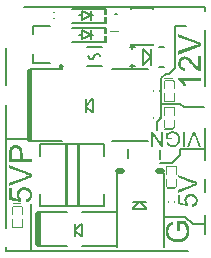
<source format=gto>
G04*
G04 #@! TF.GenerationSoftware,Altium Limited,Altium Designer,24.1.2 (44)*
G04*
G04 Layer_Color=65535*
%FSLAX25Y25*%
%MOIN*%
G70*
G04*
G04 #@! TF.SameCoordinates,64876319-8F7E-4D7F-B011-834D707076D5*
G04*
G04*
G04 #@! TF.FilePolarity,Positive*
G04*
G01*
G75*
%ADD10C,0.00984*%
%ADD11C,0.00591*%
%ADD12C,0.00787*%
%ADD13C,0.00394*%
%ADD14C,0.01968*%
%ADD15C,0.01575*%
%ADD16C,0.01000*%
%ADD17C,0.00394*%
%ADD18C,0.00669*%
G36*
X55902Y57666D02*
X53146D01*
Y58059D01*
X55902D01*
Y57666D01*
D02*
G37*
G36*
Y40551D02*
X53146D01*
Y40945D01*
X55902D01*
Y40551D01*
D02*
G37*
G36*
X56794Y20902D02*
X54039D01*
Y21296D01*
X56794D01*
Y20902D01*
D02*
G37*
G36*
X5347Y15792D02*
X2591D01*
Y16185D01*
X5347D01*
Y15792D01*
D02*
G37*
G36*
X65354Y69723D02*
Y68683D01*
X57790Y65760D01*
Y66845D01*
X63288Y68808D01*
X63295D01*
X63317Y68815D01*
X63354Y68830D01*
X63399Y68845D01*
X63458Y68867D01*
X63532Y68889D01*
X63605Y68919D01*
X63694Y68948D01*
X63886Y69007D01*
X64092Y69074D01*
X64306Y69140D01*
X64528Y69207D01*
X64520D01*
X64498Y69214D01*
X64469Y69221D01*
X64424Y69236D01*
X64365Y69258D01*
X64299Y69273D01*
X64225Y69295D01*
X64137Y69325D01*
X63952Y69384D01*
X63745Y69450D01*
X63517Y69531D01*
X63288Y69612D01*
X57790Y71664D01*
Y72682D01*
X65354Y69723D01*
D02*
G37*
G36*
Y60159D02*
X65347D01*
X65340D01*
X65295D01*
X65236D01*
X65148Y60166D01*
X65052Y60181D01*
X64941Y60196D01*
X64830Y60225D01*
X64712Y60262D01*
X64705D01*
X64690Y60269D01*
X64661Y60284D01*
X64624Y60299D01*
X64579Y60321D01*
X64528Y60343D01*
X64395Y60410D01*
X64240Y60498D01*
X64070Y60602D01*
X63893Y60727D01*
X63709Y60874D01*
X63701Y60882D01*
X63686Y60897D01*
X63657Y60919D01*
X63620Y60956D01*
X63576Y61000D01*
X63517Y61052D01*
X63450Y61111D01*
X63376Y61185D01*
X63303Y61266D01*
X63214Y61354D01*
X63118Y61458D01*
X63015Y61561D01*
X62911Y61679D01*
X62801Y61804D01*
X62683Y61945D01*
X62565Y62085D01*
X62550Y62100D01*
X62520Y62137D01*
X62469Y62203D01*
X62395Y62284D01*
X62314Y62387D01*
X62210Y62498D01*
X62100Y62624D01*
X61982Y62756D01*
X61723Y63037D01*
X61458Y63310D01*
X61325Y63435D01*
X61192Y63554D01*
X61074Y63664D01*
X60956Y63753D01*
X60948Y63760D01*
X60926Y63775D01*
X60897Y63797D01*
X60852Y63819D01*
X60801Y63856D01*
X60742Y63893D01*
X60668Y63930D01*
X60594Y63974D01*
X60425Y64055D01*
X60240Y64129D01*
X60137Y64151D01*
X60041Y64173D01*
X59937Y64188D01*
X59842Y64196D01*
X59834D01*
X59819D01*
X59790D01*
X59746Y64188D01*
X59701Y64181D01*
X59650Y64173D01*
X59517Y64144D01*
X59369Y64100D01*
X59214Y64026D01*
X59140Y63981D01*
X59059Y63930D01*
X58985Y63871D01*
X58912Y63797D01*
X58904Y63790D01*
X58897Y63782D01*
X58875Y63753D01*
X58852Y63723D01*
X58823Y63686D01*
X58793Y63635D01*
X58757Y63583D01*
X58720Y63517D01*
X58683Y63450D01*
X58646Y63369D01*
X58587Y63192D01*
X58543Y62993D01*
X58535Y62882D01*
X58528Y62764D01*
Y62697D01*
X58535Y62653D01*
X58543Y62594D01*
X58550Y62528D01*
X58565Y62454D01*
X58579Y62380D01*
X58624Y62203D01*
X58698Y62026D01*
X58742Y61937D01*
X58801Y61849D01*
X58860Y61768D01*
X58934Y61686D01*
X58941Y61679D01*
X58948Y61672D01*
X58978Y61649D01*
X59008Y61627D01*
X59044Y61598D01*
X59096Y61561D01*
X59155Y61524D01*
X59222Y61487D01*
X59295Y61450D01*
X59377Y61413D01*
X59473Y61384D01*
X59568Y61347D01*
X59672Y61325D01*
X59790Y61303D01*
X59908Y61295D01*
X60041Y61288D01*
X59945Y60336D01*
X59930D01*
X59900Y60343D01*
X59842Y60351D01*
X59768Y60358D01*
X59679Y60380D01*
X59576Y60402D01*
X59465Y60432D01*
X59340Y60461D01*
X59214Y60505D01*
X59081Y60557D01*
X58948Y60616D01*
X58808Y60683D01*
X58675Y60764D01*
X58550Y60852D01*
X58432Y60956D01*
X58321Y61066D01*
X58314Y61074D01*
X58299Y61096D01*
X58270Y61133D01*
X58233Y61185D01*
X58188Y61251D01*
X58144Y61325D01*
X58092Y61421D01*
X58041Y61524D01*
X57989Y61642D01*
X57937Y61768D01*
X57893Y61908D01*
X57849Y62063D01*
X57812Y62225D01*
X57782Y62402D01*
X57768Y62587D01*
X57760Y62786D01*
Y62838D01*
X57768Y62889D01*
Y62970D01*
X57775Y63059D01*
X57790Y63162D01*
X57812Y63280D01*
X57834Y63413D01*
X57871Y63546D01*
X57908Y63686D01*
X57960Y63834D01*
X58019Y63974D01*
X58085Y64122D01*
X58166Y64255D01*
X58262Y64387D01*
X58365Y64513D01*
X58373Y64520D01*
X58395Y64542D01*
X58425Y64572D01*
X58476Y64609D01*
X58535Y64661D01*
X58602Y64712D01*
X58683Y64771D01*
X58779Y64830D01*
X58882Y64889D01*
X59000Y64948D01*
X59118Y65000D01*
X59251Y65052D01*
X59391Y65088D01*
X59546Y65118D01*
X59701Y65140D01*
X59864Y65148D01*
X59871D01*
X59886D01*
X59908D01*
X59937D01*
X59982Y65140D01*
X60026D01*
X60144Y65125D01*
X60277Y65103D01*
X60432Y65066D01*
X60594Y65022D01*
X60757Y64956D01*
X60764D01*
X60779Y64948D01*
X60801Y64934D01*
X60830Y64919D01*
X60875Y64897D01*
X60919Y64875D01*
X61037Y64808D01*
X61170Y64727D01*
X61332Y64616D01*
X61502Y64491D01*
X61679Y64336D01*
X61686Y64328D01*
X61701Y64314D01*
X61731Y64292D01*
X61768Y64255D01*
X61819Y64203D01*
X61878Y64151D01*
X61945Y64077D01*
X62026Y63996D01*
X62115Y63908D01*
X62218Y63797D01*
X62328Y63686D01*
X62447Y63554D01*
X62572Y63413D01*
X62712Y63258D01*
X62853Y63089D01*
X63007Y62911D01*
X63015Y62904D01*
X63037Y62875D01*
X63074Y62830D01*
X63118Y62779D01*
X63177Y62712D01*
X63244Y62638D01*
X63391Y62461D01*
X63546Y62284D01*
X63701Y62107D01*
X63775Y62026D01*
X63849Y61952D01*
X63908Y61886D01*
X63959Y61834D01*
X63967Y61826D01*
X64004Y61797D01*
X64055Y61753D01*
X64114Y61694D01*
X64196Y61635D01*
X64277Y61568D01*
X64365Y61502D01*
X64461Y61443D01*
Y65155D01*
X65354D01*
Y60159D01*
D02*
G37*
G36*
Y56971D02*
X59443D01*
Y56963D01*
X59458Y56956D01*
X59473Y56934D01*
X59495Y56911D01*
X59561Y56838D01*
X59642Y56734D01*
X59738Y56609D01*
X59849Y56454D01*
X59967Y56277D01*
X60085Y56085D01*
Y56077D01*
X60100Y56063D01*
X60115Y56033D01*
X60137Y55996D01*
X60166Y55945D01*
X60196Y55893D01*
X60262Y55760D01*
X60336Y55613D01*
X60417Y55450D01*
X60491Y55281D01*
X60557Y55118D01*
X59664D01*
X59657Y55125D01*
X59650Y55155D01*
X59627Y55192D01*
X59598Y55251D01*
X59561Y55317D01*
X59517Y55391D01*
X59473Y55480D01*
X59413Y55576D01*
X59288Y55790D01*
X59133Y56019D01*
X58963Y56247D01*
X58779Y56476D01*
X58771Y56483D01*
X58757Y56498D01*
X58727Y56535D01*
X58690Y56572D01*
X58639Y56616D01*
X58587Y56675D01*
X58520Y56734D01*
X58454Y56801D01*
X58299Y56934D01*
X58129Y57066D01*
X57945Y57192D01*
X57856Y57251D01*
X57760Y57295D01*
Y57900D01*
X65354D01*
Y56971D01*
D02*
G37*
G36*
X60251Y10138D02*
X60266Y10116D01*
X60303Y10072D01*
X60340Y10020D01*
X60391Y9954D01*
X60443Y9873D01*
X60502Y9777D01*
X60569Y9681D01*
X60642Y9570D01*
X60716Y9452D01*
X60856Y9194D01*
X60997Y8913D01*
X61122Y8618D01*
Y8611D01*
X61137Y8581D01*
X61152Y8544D01*
X61166Y8485D01*
X61189Y8411D01*
X61218Y8330D01*
X61240Y8234D01*
X61270Y8124D01*
X61299Y8006D01*
X61321Y7880D01*
X61351Y7747D01*
X61373Y7607D01*
X61402Y7319D01*
X61417Y7009D01*
Y6899D01*
X61410Y6825D01*
X61402Y6722D01*
X61395Y6611D01*
X61380Y6478D01*
X61358Y6338D01*
X61336Y6183D01*
X61299Y6028D01*
X61262Y5858D01*
X61218Y5681D01*
X61166Y5504D01*
X61100Y5327D01*
X61026Y5157D01*
X60945Y4980D01*
X60938Y4972D01*
X60923Y4943D01*
X60893Y4891D01*
X60856Y4832D01*
X60805Y4758D01*
X60746Y4670D01*
X60672Y4574D01*
X60591Y4471D01*
X60502Y4360D01*
X60399Y4249D01*
X60281Y4131D01*
X60163Y4021D01*
X60030Y3910D01*
X59882Y3799D01*
X59727Y3703D01*
X59565Y3607D01*
X59557Y3600D01*
X59521Y3585D01*
X59476Y3563D01*
X59403Y3533D01*
X59321Y3504D01*
X59218Y3460D01*
X59100Y3423D01*
X58974Y3378D01*
X58827Y3334D01*
X58672Y3297D01*
X58502Y3253D01*
X58325Y3223D01*
X58141Y3194D01*
X57949Y3172D01*
X57749Y3157D01*
X57543Y3150D01*
X57528D01*
X57491D01*
X57432D01*
X57358Y3157D01*
X57255Y3164D01*
X57144Y3172D01*
X57011Y3187D01*
X56871Y3209D01*
X56716Y3231D01*
X56554Y3260D01*
X56384Y3297D01*
X56207Y3342D01*
X56030Y3393D01*
X55845Y3460D01*
X55668Y3526D01*
X55484Y3607D01*
X55469Y3615D01*
X55440Y3629D01*
X55395Y3659D01*
X55329Y3696D01*
X55248Y3740D01*
X55159Y3799D01*
X55056Y3866D01*
X54945Y3947D01*
X54834Y4035D01*
X54716Y4138D01*
X54598Y4242D01*
X54480Y4367D01*
X54362Y4493D01*
X54251Y4633D01*
X54155Y4781D01*
X54059Y4936D01*
X54052Y4943D01*
X54037Y4972D01*
X54015Y5024D01*
X53986Y5091D01*
X53949Y5172D01*
X53912Y5268D01*
X53868Y5386D01*
X53823Y5511D01*
X53786Y5651D01*
X53742Y5806D01*
X53705Y5969D01*
X53668Y6146D01*
X53639Y6330D01*
X53617Y6522D01*
X53602Y6729D01*
X53594Y6936D01*
Y7017D01*
X53602Y7076D01*
Y7142D01*
X53609Y7231D01*
X53617Y7327D01*
X53631Y7430D01*
X53646Y7541D01*
X53661Y7659D01*
X53713Y7902D01*
X53779Y8161D01*
X53868Y8411D01*
Y8419D01*
X53882Y8441D01*
X53897Y8478D01*
X53919Y8522D01*
X53941Y8574D01*
X53978Y8640D01*
X54059Y8788D01*
X54163Y8958D01*
X54288Y9127D01*
X54436Y9297D01*
X54606Y9452D01*
X54613Y9460D01*
X54628Y9467D01*
X54657Y9489D01*
X54694Y9519D01*
X54738Y9548D01*
X54797Y9585D01*
X54864Y9622D01*
X54938Y9666D01*
X55019Y9718D01*
X55115Y9762D01*
X55218Y9806D01*
X55329Y9858D01*
X55447Y9902D01*
X55572Y9947D01*
X55705Y9991D01*
X55845Y10028D01*
X56089Y9127D01*
X56082D01*
X56067Y9120D01*
X56030Y9113D01*
X55993Y9098D01*
X55949Y9083D01*
X55890Y9061D01*
X55757Y9009D01*
X55617Y8950D01*
X55462Y8877D01*
X55314Y8795D01*
X55181Y8699D01*
X55174D01*
X55166Y8685D01*
X55129Y8655D01*
X55063Y8596D01*
X54989Y8515D01*
X54908Y8411D01*
X54820Y8286D01*
X54731Y8146D01*
X54650Y7976D01*
Y7969D01*
X54642Y7954D01*
X54628Y7932D01*
X54620Y7895D01*
X54606Y7851D01*
X54583Y7799D01*
X54569Y7740D01*
X54546Y7674D01*
X54517Y7519D01*
X54480Y7342D01*
X54458Y7142D01*
X54451Y6936D01*
Y6818D01*
X54458Y6758D01*
Y6692D01*
X54465Y6618D01*
X54480Y6530D01*
X54502Y6345D01*
X54539Y6146D01*
X54591Y5939D01*
X54665Y5747D01*
Y5740D01*
X54672Y5725D01*
X54687Y5703D01*
X54702Y5666D01*
X54724Y5622D01*
X54746Y5578D01*
X54812Y5460D01*
X54893Y5334D01*
X54982Y5201D01*
X55093Y5068D01*
X55218Y4943D01*
X55233Y4928D01*
X55277Y4891D01*
X55344Y4840D01*
X55440Y4773D01*
X55550Y4692D01*
X55676Y4618D01*
X55816Y4537D01*
X55963Y4471D01*
X55971D01*
X55993Y4456D01*
X56030Y4441D01*
X56089Y4426D01*
X56148Y4404D01*
X56229Y4382D01*
X56318Y4353D01*
X56414Y4330D01*
X56524Y4301D01*
X56642Y4271D01*
X56768Y4249D01*
X56901Y4227D01*
X57181Y4198D01*
X57484Y4183D01*
X57499D01*
X57528D01*
X57580D01*
X57653Y4190D01*
X57742D01*
X57838Y4205D01*
X57949Y4212D01*
X58074Y4227D01*
X58207Y4242D01*
X58340Y4271D01*
X58628Y4330D01*
X58908Y4419D01*
X59048Y4471D01*
X59181Y4530D01*
X59188Y4537D01*
X59211Y4544D01*
X59248Y4567D01*
X59292Y4596D01*
X59351Y4633D01*
X59410Y4677D01*
X59484Y4729D01*
X59565Y4788D01*
X59646Y4854D01*
X59727Y4928D01*
X59808Y5009D01*
X59897Y5105D01*
X59978Y5201D01*
X60052Y5305D01*
X60126Y5423D01*
X60192Y5541D01*
Y5548D01*
X60207Y5570D01*
X60222Y5607D01*
X60244Y5659D01*
X60266Y5718D01*
X60295Y5792D01*
X60325Y5873D01*
X60355Y5969D01*
X60384Y6065D01*
X60414Y6175D01*
X60465Y6419D01*
X60502Y6677D01*
X60510Y6810D01*
X60517Y6950D01*
Y7017D01*
X60510Y7061D01*
Y7120D01*
X60502Y7186D01*
X60495Y7268D01*
X60487Y7356D01*
X60458Y7548D01*
X60414Y7762D01*
X60355Y7991D01*
X60273Y8220D01*
Y8227D01*
X60259Y8249D01*
X60251Y8279D01*
X60229Y8323D01*
X60207Y8375D01*
X60177Y8434D01*
X60111Y8574D01*
X60030Y8721D01*
X59941Y8877D01*
X59838Y9031D01*
X59735Y9164D01*
X58325D01*
Y6943D01*
X57432D01*
Y10146D01*
X60244D01*
X60251Y10138D01*
D02*
G37*
G36*
X3653Y35605D02*
X3719D01*
X3801Y35591D01*
X3897Y35583D01*
X4000Y35561D01*
X4118Y35539D01*
X4243Y35502D01*
X4376Y35465D01*
X4509Y35414D01*
X4649Y35354D01*
X4789Y35281D01*
X4922Y35199D01*
X5055Y35103D01*
X5188Y34993D01*
X5195Y34985D01*
X5218Y34963D01*
X5247Y34926D01*
X5291Y34875D01*
X5343Y34801D01*
X5395Y34712D01*
X5461Y34609D01*
X5520Y34484D01*
X5579Y34343D01*
X5638Y34181D01*
X5697Y34004D01*
X5749Y33797D01*
X5793Y33576D01*
X5823Y33332D01*
X5845Y33067D01*
X5852Y32779D01*
Y30838D01*
X8930D01*
Y29834D01*
X1365D01*
Y32941D01*
X1373Y33022D01*
Y33111D01*
X1380Y33295D01*
X1395Y33487D01*
X1417Y33672D01*
X1424Y33760D01*
X1439Y33834D01*
Y33841D01*
X1446Y33856D01*
Y33886D01*
X1461Y33930D01*
X1469Y33974D01*
X1483Y34033D01*
X1520Y34159D01*
X1564Y34306D01*
X1631Y34469D01*
X1705Y34624D01*
X1793Y34771D01*
Y34779D01*
X1808Y34786D01*
X1837Y34830D01*
X1897Y34904D01*
X1978Y34985D01*
X2088Y35081D01*
X2207Y35185D01*
X2354Y35288D01*
X2524Y35377D01*
X2531D01*
X2546Y35384D01*
X2568Y35399D01*
X2605Y35414D01*
X2649Y35428D01*
X2701Y35450D01*
X2760Y35473D01*
X2826Y35495D01*
X2981Y35539D01*
X3159Y35576D01*
X3350Y35605D01*
X3557Y35613D01*
X3564D01*
X3601D01*
X3653Y35605D01*
D02*
G37*
G36*
X8930Y25982D02*
Y24941D01*
X1365Y22019D01*
Y23104D01*
X6863Y25067D01*
X6871D01*
X6893Y25074D01*
X6930Y25089D01*
X6974Y25104D01*
X7033Y25126D01*
X7107Y25148D01*
X7181Y25177D01*
X7269Y25207D01*
X7461Y25266D01*
X7668Y25332D01*
X7882Y25399D01*
X8103Y25465D01*
X8096D01*
X8074Y25473D01*
X8044Y25480D01*
X8000Y25495D01*
X7941Y25517D01*
X7874Y25532D01*
X7801Y25554D01*
X7712Y25583D01*
X7527Y25642D01*
X7321Y25709D01*
X7092Y25790D01*
X6863Y25871D01*
X1365Y27923D01*
Y28941D01*
X8930Y25982D01*
D02*
G37*
G36*
X6465Y21546D02*
X6538D01*
X6627Y21539D01*
X6730Y21524D01*
X6848Y21502D01*
X6974Y21480D01*
X7107Y21443D01*
X7254Y21406D01*
X7402Y21355D01*
X7550Y21295D01*
X7697Y21229D01*
X7852Y21148D01*
X8000Y21052D01*
X8140Y20949D01*
X8147Y20941D01*
X8177Y20912D01*
X8221Y20875D01*
X8280Y20816D01*
X8354Y20742D01*
X8428Y20653D01*
X8509Y20550D01*
X8597Y20432D01*
X8686Y20292D01*
X8767Y20144D01*
X8841Y19982D01*
X8915Y19805D01*
X8974Y19613D01*
X9018Y19414D01*
X9048Y19192D01*
X9055Y18963D01*
Y18919D01*
X9048Y18868D01*
Y18794D01*
X9040Y18705D01*
X9026Y18602D01*
X9003Y18491D01*
X8981Y18366D01*
X8952Y18233D01*
X8915Y18100D01*
X8871Y17960D01*
X8812Y17812D01*
X8745Y17672D01*
X8671Y17532D01*
X8583Y17399D01*
X8479Y17273D01*
X8472Y17266D01*
X8450Y17244D01*
X8420Y17214D01*
X8376Y17170D01*
X8317Y17119D01*
X8243Y17067D01*
X8162Y17000D01*
X8074Y16941D01*
X7970Y16875D01*
X7852Y16808D01*
X7727Y16749D01*
X7587Y16690D01*
X7439Y16639D01*
X7284Y16594D01*
X7121Y16558D01*
X6944Y16535D01*
X6863Y17510D01*
X6871D01*
X6893Y17517D01*
X6930Y17524D01*
X6981Y17532D01*
X7040Y17547D01*
X7107Y17561D01*
X7269Y17613D01*
X7439Y17679D01*
X7616Y17761D01*
X7793Y17871D01*
X7867Y17938D01*
X7941Y18004D01*
X7948Y18011D01*
X7955Y18026D01*
X7970Y18048D01*
X7992Y18078D01*
X8022Y18115D01*
X8051Y18159D01*
X8118Y18277D01*
X8184Y18417D01*
X8236Y18580D01*
X8280Y18764D01*
X8288Y18860D01*
X8295Y18963D01*
Y19030D01*
X8288Y19074D01*
X8280Y19133D01*
X8265Y19200D01*
X8251Y19273D01*
X8229Y19355D01*
X8169Y19539D01*
X8133Y19628D01*
X8081Y19724D01*
X8022Y19819D01*
X7955Y19916D01*
X7882Y20011D01*
X7793Y20100D01*
X7786Y20107D01*
X7771Y20122D01*
X7741Y20144D01*
X7697Y20174D01*
X7653Y20211D01*
X7587Y20248D01*
X7513Y20292D01*
X7431Y20336D01*
X7343Y20373D01*
X7240Y20417D01*
X7129Y20454D01*
X7011Y20491D01*
X6885Y20521D01*
X6745Y20543D01*
X6605Y20558D01*
X6450Y20565D01*
X6443D01*
X6413D01*
X6376D01*
X6317Y20558D01*
X6251Y20550D01*
X6177Y20543D01*
X6088Y20528D01*
X5992Y20506D01*
X5793Y20454D01*
X5690Y20417D01*
X5587Y20373D01*
X5483Y20321D01*
X5380Y20262D01*
X5284Y20196D01*
X5195Y20115D01*
X5188Y20107D01*
X5173Y20093D01*
X5151Y20070D01*
X5122Y20033D01*
X5085Y19989D01*
X5048Y19938D01*
X5003Y19871D01*
X4959Y19805D01*
X4922Y19724D01*
X4878Y19635D01*
X4841Y19539D01*
X4804Y19436D01*
X4775Y19318D01*
X4753Y19200D01*
X4738Y19074D01*
X4730Y18941D01*
Y18868D01*
X4738Y18823D01*
Y18779D01*
X4753Y18668D01*
X4782Y18543D01*
X4819Y18410D01*
X4871Y18270D01*
X4937Y18129D01*
Y18122D01*
X4944Y18115D01*
X4974Y18070D01*
X5018Y18004D01*
X5077Y17930D01*
X5159Y17834D01*
X5247Y17746D01*
X5350Y17650D01*
X5461Y17569D01*
X5350Y16698D01*
X1461Y17428D01*
Y21200D01*
X2347D01*
Y18166D01*
X4391Y17761D01*
X4384Y17768D01*
X4369Y17790D01*
X4347Y17827D01*
X4317Y17879D01*
X4280Y17938D01*
X4236Y18019D01*
X4199Y18100D01*
X4147Y18196D01*
X4103Y18299D01*
X4066Y18410D01*
X3985Y18654D01*
X3955Y18779D01*
X3933Y18912D01*
X3919Y19052D01*
X3911Y19192D01*
Y19237D01*
X3919Y19288D01*
Y19362D01*
X3933Y19443D01*
X3948Y19546D01*
X3970Y19657D01*
X4000Y19775D01*
X4037Y19901D01*
X4081Y20041D01*
X4133Y20181D01*
X4199Y20321D01*
X4280Y20462D01*
X4369Y20602D01*
X4479Y20735D01*
X4598Y20867D01*
X4605Y20875D01*
X4627Y20897D01*
X4671Y20934D01*
X4723Y20978D01*
X4789Y21030D01*
X4871Y21081D01*
X4967Y21148D01*
X5077Y21214D01*
X5195Y21273D01*
X5328Y21340D01*
X5476Y21392D01*
X5631Y21451D01*
X5801Y21487D01*
X5978Y21524D01*
X6169Y21546D01*
X6369Y21554D01*
X6384D01*
X6413D01*
X6465Y21546D01*
D02*
G37*
G36*
X52710Y35031D02*
X52026D01*
X49374Y38991D01*
Y35031D01*
X48735D01*
Y40074D01*
X49423D01*
X52070Y36118D01*
Y40074D01*
X52710D01*
Y35031D01*
D02*
G37*
G36*
X55903Y40153D02*
X55972Y40148D01*
X56046Y40143D01*
X56134Y40133D01*
X56228Y40118D01*
X56331Y40103D01*
X56434Y40079D01*
X56547Y40054D01*
X56666Y40025D01*
X56784Y39990D01*
X56902Y39946D01*
X57015Y39897D01*
X57133Y39843D01*
X57138Y39838D01*
X57158Y39828D01*
X57192Y39808D01*
X57231Y39784D01*
X57281Y39749D01*
X57340Y39710D01*
X57404Y39661D01*
X57472Y39606D01*
X57546Y39547D01*
X57620Y39478D01*
X57699Y39400D01*
X57773Y39321D01*
X57846Y39233D01*
X57920Y39134D01*
X57984Y39031D01*
X58048Y38923D01*
X58053Y38918D01*
X58063Y38893D01*
X58078Y38864D01*
X58097Y38814D01*
X58117Y38760D01*
X58147Y38691D01*
X58171Y38613D01*
X58201Y38529D01*
X58230Y38431D01*
X58255Y38327D01*
X58284Y38214D01*
X58304Y38096D01*
X58324Y37973D01*
X58338Y37845D01*
X58348Y37712D01*
X58353Y37574D01*
Y37565D01*
Y37540D01*
Y37501D01*
X58348Y37451D01*
X58343Y37383D01*
X58338Y37309D01*
X58329Y37220D01*
X58314Y37127D01*
X58299Y37023D01*
X58279Y36915D01*
X58255Y36802D01*
X58225Y36684D01*
X58191Y36566D01*
X58147Y36443D01*
X58102Y36325D01*
X58048Y36202D01*
X58043Y36192D01*
X58033Y36172D01*
X58014Y36143D01*
X57989Y36099D01*
X57960Y36044D01*
X57920Y35985D01*
X57876Y35916D01*
X57822Y35843D01*
X57763Y35769D01*
X57694Y35690D01*
X57625Y35611D01*
X57541Y35533D01*
X57458Y35454D01*
X57364Y35380D01*
X57266Y35316D01*
X57162Y35252D01*
X57158Y35247D01*
X57138Y35238D01*
X57104Y35223D01*
X57059Y35203D01*
X57005Y35178D01*
X56941Y35154D01*
X56862Y35124D01*
X56779Y35095D01*
X56685Y35070D01*
X56582Y35041D01*
X56474Y35016D01*
X56356Y34991D01*
X56233Y34972D01*
X56105Y34957D01*
X55967Y34947D01*
X55829Y34942D01*
X55775D01*
X55736Y34947D01*
X55691D01*
X55632Y34952D01*
X55568Y34957D01*
X55500Y34967D01*
X55426Y34977D01*
X55347Y34987D01*
X55185Y35021D01*
X55013Y35065D01*
X54845Y35124D01*
X54840D01*
X54826Y35134D01*
X54801Y35144D01*
X54771Y35159D01*
X54737Y35173D01*
X54693Y35198D01*
X54594Y35252D01*
X54481Y35321D01*
X54368Y35405D01*
X54255Y35503D01*
X54151Y35616D01*
X54147Y35621D01*
X54142Y35631D01*
X54127Y35651D01*
X54107Y35675D01*
X54088Y35705D01*
X54063Y35744D01*
X54038Y35789D01*
X54009Y35838D01*
X53974Y35892D01*
X53945Y35956D01*
X53915Y36025D01*
X53881Y36099D01*
X53851Y36177D01*
X53822Y36261D01*
X53792Y36349D01*
X53768Y36443D01*
X54368Y36605D01*
Y36600D01*
X54373Y36590D01*
X54378Y36566D01*
X54388Y36541D01*
X54397Y36512D01*
X54412Y36472D01*
X54447Y36384D01*
X54486Y36290D01*
X54535Y36187D01*
X54589Y36089D01*
X54653Y36000D01*
Y35995D01*
X54663Y35990D01*
X54683Y35966D01*
X54722Y35921D01*
X54776Y35872D01*
X54845Y35818D01*
X54929Y35759D01*
X55022Y35700D01*
X55136Y35646D01*
X55140D01*
X55150Y35641D01*
X55165Y35631D01*
X55190Y35626D01*
X55219Y35616D01*
X55254Y35602D01*
X55293Y35592D01*
X55337Y35577D01*
X55440Y35557D01*
X55559Y35533D01*
X55691Y35518D01*
X55829Y35513D01*
X55908D01*
X55947Y35518D01*
X55992D01*
X56041Y35523D01*
X56100Y35533D01*
X56223Y35547D01*
X56356Y35572D01*
X56493Y35607D01*
X56621Y35656D01*
X56626D01*
X56636Y35661D01*
X56651Y35670D01*
X56675Y35680D01*
X56705Y35695D01*
X56735Y35710D01*
X56813Y35754D01*
X56897Y35808D01*
X56985Y35867D01*
X57074Y35941D01*
X57158Y36025D01*
X57167Y36035D01*
X57192Y36064D01*
X57227Y36108D01*
X57271Y36172D01*
X57325Y36246D01*
X57374Y36330D01*
X57428Y36423D01*
X57472Y36522D01*
Y36527D01*
X57482Y36541D01*
X57492Y36566D01*
X57502Y36605D01*
X57517Y36645D01*
X57531Y36699D01*
X57551Y36758D01*
X57566Y36822D01*
X57586Y36895D01*
X57605Y36974D01*
X57620Y37058D01*
X57635Y37146D01*
X57655Y37333D01*
X57664Y37535D01*
Y37545D01*
Y37565D01*
Y37599D01*
X57660Y37648D01*
Y37707D01*
X57650Y37771D01*
X57645Y37845D01*
X57635Y37929D01*
X57625Y38017D01*
X57605Y38106D01*
X57566Y38298D01*
X57507Y38485D01*
X57472Y38578D01*
X57433Y38667D01*
X57428Y38672D01*
X57423Y38686D01*
X57408Y38711D01*
X57389Y38741D01*
X57364Y38780D01*
X57335Y38819D01*
X57300Y38868D01*
X57261Y38923D01*
X57217Y38977D01*
X57167Y39031D01*
X57113Y39085D01*
X57049Y39144D01*
X56985Y39198D01*
X56916Y39247D01*
X56838Y39296D01*
X56759Y39341D01*
X56754D01*
X56739Y39351D01*
X56715Y39360D01*
X56680Y39375D01*
X56641Y39390D01*
X56592Y39410D01*
X56538Y39429D01*
X56474Y39449D01*
X56410Y39469D01*
X56336Y39488D01*
X56174Y39523D01*
X56001Y39547D01*
X55913Y39552D01*
X55819Y39557D01*
X55775D01*
X55746Y39552D01*
X55706D01*
X55662Y39547D01*
X55608Y39542D01*
X55549Y39538D01*
X55421Y39518D01*
X55278Y39488D01*
X55126Y39449D01*
X54973Y39395D01*
X54968D01*
X54953Y39385D01*
X54934Y39380D01*
X54904Y39365D01*
X54870Y39351D01*
X54830Y39331D01*
X54737Y39287D01*
X54639Y39233D01*
X54535Y39173D01*
X54432Y39105D01*
X54343Y39036D01*
Y38096D01*
X55824D01*
Y37501D01*
X53689D01*
Y39375D01*
X53694Y39380D01*
X53709Y39390D01*
X53738Y39415D01*
X53773Y39439D01*
X53817Y39474D01*
X53871Y39508D01*
X53935Y39547D01*
X53999Y39592D01*
X54073Y39641D01*
X54151Y39690D01*
X54324Y39784D01*
X54511Y39877D01*
X54707Y39961D01*
X54712D01*
X54732Y39970D01*
X54757Y39980D01*
X54796Y39990D01*
X54845Y40005D01*
X54899Y40025D01*
X54963Y40039D01*
X55037Y40059D01*
X55116Y40079D01*
X55199Y40093D01*
X55288Y40113D01*
X55382Y40128D01*
X55573Y40148D01*
X55780Y40157D01*
X55854D01*
X55903Y40153D01*
D02*
G37*
G36*
X65354Y35031D02*
X64631D01*
X63322Y38696D01*
Y38701D01*
X63317Y38716D01*
X63308Y38741D01*
X63298Y38770D01*
X63283Y38809D01*
X63268Y38859D01*
X63249Y38908D01*
X63229Y38967D01*
X63190Y39095D01*
X63145Y39233D01*
X63101Y39375D01*
X63057Y39523D01*
Y39518D01*
X63052Y39503D01*
X63047Y39483D01*
X63037Y39454D01*
X63022Y39415D01*
X63012Y39370D01*
X62998Y39321D01*
X62978Y39262D01*
X62939Y39139D01*
X62894Y39001D01*
X62840Y38849D01*
X62786Y38696D01*
X61418Y35031D01*
X60739D01*
X62712Y40074D01*
X63406D01*
X65354Y35031D01*
D02*
G37*
G36*
X60026D02*
X59357D01*
Y40074D01*
X60026D01*
Y35031D01*
D02*
G37*
G36*
X64120Y23193D02*
Y22293D01*
X57570Y19762D01*
Y20701D01*
X62331Y22401D01*
X62337D01*
X62357Y22408D01*
X62389Y22420D01*
X62427Y22433D01*
X62478Y22452D01*
X62542Y22471D01*
X62606Y22497D01*
X62682Y22523D01*
X62849Y22574D01*
X63028Y22631D01*
X63213Y22689D01*
X63405Y22746D01*
X63398D01*
X63379Y22752D01*
X63354Y22759D01*
X63315Y22772D01*
X63264Y22791D01*
X63206Y22804D01*
X63143Y22823D01*
X63066Y22848D01*
X62906Y22899D01*
X62727Y22957D01*
X62529Y23027D01*
X62331Y23098D01*
X57570Y24874D01*
Y25756D01*
X64120Y23193D01*
D02*
G37*
G36*
X61986Y19353D02*
X62050D01*
X62127Y19347D01*
X62216Y19334D01*
X62318Y19315D01*
X62427Y19296D01*
X62542Y19264D01*
X62670Y19232D01*
X62798Y19187D01*
X62925Y19136D01*
X63053Y19078D01*
X63187Y19008D01*
X63315Y18925D01*
X63437Y18835D01*
X63443Y18829D01*
X63468Y18803D01*
X63507Y18772D01*
X63558Y18720D01*
X63622Y18656D01*
X63686Y18580D01*
X63756Y18490D01*
X63833Y18388D01*
X63909Y18267D01*
X63980Y18139D01*
X64044Y17998D01*
X64108Y17845D01*
X64159Y17679D01*
X64197Y17506D01*
X64223Y17315D01*
X64229Y17117D01*
Y17078D01*
X64223Y17033D01*
Y16970D01*
X64216Y16893D01*
X64203Y16804D01*
X64184Y16708D01*
X64165Y16599D01*
X64139Y16484D01*
X64108Y16369D01*
X64069Y16248D01*
X64018Y16120D01*
X63960Y15998D01*
X63897Y15877D01*
X63820Y15762D01*
X63731Y15653D01*
X63724Y15647D01*
X63705Y15628D01*
X63679Y15602D01*
X63641Y15564D01*
X63590Y15519D01*
X63526Y15474D01*
X63456Y15417D01*
X63379Y15366D01*
X63290Y15308D01*
X63187Y15251D01*
X63079Y15200D01*
X62957Y15148D01*
X62830Y15104D01*
X62695Y15065D01*
X62555Y15033D01*
X62401Y15014D01*
X62331Y15858D01*
X62337D01*
X62357Y15864D01*
X62389Y15870D01*
X62433Y15877D01*
X62485Y15890D01*
X62542Y15902D01*
X62682Y15947D01*
X62830Y16005D01*
X62983Y16075D01*
X63136Y16171D01*
X63200Y16228D01*
X63264Y16286D01*
X63270Y16292D01*
X63277Y16305D01*
X63290Y16324D01*
X63309Y16350D01*
X63334Y16382D01*
X63360Y16420D01*
X63417Y16522D01*
X63475Y16644D01*
X63520Y16784D01*
X63558Y16944D01*
X63564Y17027D01*
X63571Y17117D01*
Y17174D01*
X63564Y17212D01*
X63558Y17264D01*
X63545Y17321D01*
X63532Y17385D01*
X63513Y17455D01*
X63462Y17615D01*
X63430Y17692D01*
X63385Y17775D01*
X63334Y17858D01*
X63277Y17941D01*
X63213Y18024D01*
X63136Y18101D01*
X63130Y18107D01*
X63117Y18120D01*
X63091Y18139D01*
X63053Y18165D01*
X63015Y18196D01*
X62957Y18228D01*
X62893Y18267D01*
X62823Y18305D01*
X62746Y18337D01*
X62657Y18375D01*
X62561Y18407D01*
X62459Y18439D01*
X62350Y18465D01*
X62229Y18484D01*
X62107Y18497D01*
X61973Y18503D01*
X61967D01*
X61941D01*
X61909D01*
X61858Y18497D01*
X61801Y18490D01*
X61737Y18484D01*
X61660Y18471D01*
X61577Y18452D01*
X61405Y18407D01*
X61315Y18375D01*
X61226Y18337D01*
X61136Y18292D01*
X61047Y18241D01*
X60964Y18184D01*
X60887Y18113D01*
X60881Y18107D01*
X60868Y18094D01*
X60849Y18075D01*
X60823Y18043D01*
X60791Y18005D01*
X60759Y17960D01*
X60721Y17902D01*
X60682Y17845D01*
X60650Y17775D01*
X60612Y17698D01*
X60580Y17615D01*
X60548Y17526D01*
X60523Y17423D01*
X60504Y17321D01*
X60491Y17212D01*
X60484Y17097D01*
Y17033D01*
X60491Y16995D01*
Y16957D01*
X60504Y16861D01*
X60529Y16752D01*
X60561Y16637D01*
X60606Y16516D01*
X60663Y16395D01*
Y16388D01*
X60670Y16382D01*
X60695Y16343D01*
X60734Y16286D01*
X60785Y16222D01*
X60855Y16139D01*
X60932Y16062D01*
X61021Y15979D01*
X61117Y15909D01*
X61021Y15155D01*
X57654Y15787D01*
Y19053D01*
X58420D01*
Y16426D01*
X60190Y16075D01*
X60184Y16081D01*
X60171Y16101D01*
X60152Y16132D01*
X60127Y16177D01*
X60095Y16228D01*
X60056Y16299D01*
X60024Y16369D01*
X59980Y16452D01*
X59941Y16542D01*
X59909Y16637D01*
X59839Y16848D01*
X59813Y16957D01*
X59794Y17072D01*
X59781Y17193D01*
X59775Y17315D01*
Y17353D01*
X59781Y17398D01*
Y17462D01*
X59794Y17532D01*
X59807Y17621D01*
X59826Y17717D01*
X59852Y17819D01*
X59884Y17928D01*
X59922Y18049D01*
X59967Y18171D01*
X60024Y18292D01*
X60095Y18414D01*
X60171Y18535D01*
X60267Y18650D01*
X60369Y18765D01*
X60376Y18772D01*
X60395Y18791D01*
X60433Y18823D01*
X60478Y18861D01*
X60536Y18906D01*
X60606Y18950D01*
X60689Y19008D01*
X60785Y19065D01*
X60887Y19117D01*
X61002Y19174D01*
X61130Y19219D01*
X61264Y19270D01*
X61411Y19302D01*
X61564Y19334D01*
X61730Y19353D01*
X61903Y19360D01*
X61916D01*
X61941D01*
X61986Y19353D01*
D02*
G37*
%LPC*%
G36*
X3587Y34580D02*
X3579D01*
X3564D01*
X3542D01*
X3505D01*
X3468Y34572D01*
X3417Y34565D01*
X3306Y34550D01*
X3181Y34521D01*
X3048Y34476D01*
X2908Y34417D01*
X2775Y34336D01*
X2767D01*
X2760Y34329D01*
X2723Y34292D01*
X2664Y34240D01*
X2590Y34166D01*
X2516Y34078D01*
X2443Y33967D01*
X2384Y33841D01*
X2332Y33701D01*
Y33687D01*
X2317Y33650D01*
Y33620D01*
X2310Y33583D01*
X2302Y33539D01*
X2295Y33495D01*
X2288Y33428D01*
X2280Y33362D01*
X2273Y33288D01*
Y33207D01*
X2266Y33111D01*
X2258Y33008D01*
Y30838D01*
X4959D01*
Y32882D01*
X4952Y32949D01*
Y33030D01*
X4937Y33118D01*
X4930Y33222D01*
X4915Y33325D01*
X4871Y33554D01*
X4812Y33783D01*
X4767Y33886D01*
X4723Y33989D01*
X4664Y34085D01*
X4605Y34166D01*
X4598Y34174D01*
X4590Y34181D01*
X4568Y34203D01*
X4538Y34233D01*
X4502Y34262D01*
X4457Y34299D01*
X4406Y34336D01*
X4339Y34373D01*
X4273Y34410D01*
X4199Y34447D01*
X4110Y34484D01*
X4022Y34513D01*
X3815Y34565D01*
X3705Y34572D01*
X3587Y34580D01*
D02*
G37*
%LPD*%
D10*
X18979Y61876D02*
X18241Y62302D01*
Y61450D01*
X18979Y61876D01*
D11*
X37304Y79210D02*
X36517D01*
X37304D01*
X22244Y74673D02*
X33772D01*
X22244Y70047D02*
X33772D01*
Y71803D01*
X33272Y71409D02*
X33772D01*
X33272Y73015D02*
Y74574D01*
Y73409D02*
X33772D01*
Y73015D02*
Y74673D01*
X33272Y70047D02*
Y71803D01*
X22244Y81070D02*
X33772D01*
X22244Y76444D02*
X33772D01*
Y78200D01*
X33272Y77806D02*
X33772D01*
X33272Y79413D02*
Y80972D01*
Y79806D02*
X33772D01*
Y79413D02*
Y81070D01*
X33272Y76444D02*
Y78200D01*
D12*
X27796Y65224D02*
X28288Y64371D01*
X29272D01*
X29764Y65224D01*
X31742D02*
X31249Y66076D01*
X30265D01*
X29773Y65224D01*
X50787Y40551D02*
Y43386D01*
X37290Y1631D02*
X37402Y26237D01*
X42717Y14327D02*
X47047D01*
X44882Y16690D02*
X47047Y14524D01*
Y14327D02*
Y14524D01*
X42717Y14721D02*
X44685Y16690D01*
X42717Y14327D02*
Y14721D01*
X45472Y16690D02*
X47047D01*
X42717D02*
X47047D01*
X52854Y4682D02*
X52854Y4682D01*
Y26434D01*
X52854Y1631D02*
Y4682D01*
X26890Y46457D02*
Y50787D01*
Y49213D02*
Y50787D01*
X28858Y46457D02*
X29252D01*
X26890Y48425D02*
X28858Y46457D01*
X29055Y50787D02*
X29252D01*
X26890Y48622D02*
X29055Y50787D01*
X29252Y46457D02*
Y50787D01*
X35551Y36811D02*
X47559D01*
X8484Y60827D02*
X19114D01*
X8484Y36811D02*
X19114D01*
X8484D02*
Y60827D01*
X35551D02*
X47559D01*
X51575Y29528D02*
X55512D01*
X58268Y32283D01*
Y34252D01*
X52854Y11676D02*
X59978D01*
X62500Y9154D01*
X66535D01*
X59694Y48180D02*
X66387D01*
X58491Y49383D02*
X59694Y48180D01*
X51968Y49383D02*
X58491D01*
X50787Y43386D02*
X51968Y44567D01*
Y57874D01*
X53543Y59449D01*
X54724D01*
X56497Y61221D01*
X394Y7874D02*
Y48819D01*
X66535Y6102D02*
X66535Y12205D01*
X66535Y20079D02*
Y24409D01*
X66535Y80315D02*
Y81496D01*
X6299Y81496D02*
X66535Y81496D01*
X66535Y30709D02*
Y41339D01*
Y55118D02*
Y74016D01*
X394Y55512D02*
Y68110D01*
Y394D02*
X61024D01*
X394D02*
Y1575D01*
X11811Y35827D02*
X33071D01*
X11811Y31988D02*
Y35728D01*
X33071Y31988D02*
Y35728D01*
X11811Y15354D02*
X33071D01*
Y15453D02*
Y19193D01*
X11811Y15453D02*
Y19193D01*
X25591Y5118D02*
Y9449D01*
X23228Y7283D02*
X25394Y9449D01*
X25591D01*
X23228Y7087D02*
X25197Y5118D01*
X25591D01*
X23228Y7874D02*
Y9449D01*
Y5118D02*
Y9449D01*
X25492Y13133D02*
X37303D01*
X10925Y1828D02*
Y12598D01*
Y1828D02*
X20669D01*
X10925Y13133D02*
X20669D01*
X25492Y1828D02*
X37303D01*
Y13133D01*
X9344Y75262D02*
X15151D01*
X9344Y63057D02*
X15151D01*
X9344D02*
Y65911D01*
Y72604D02*
Y75262D01*
X42120Y69095D02*
Y69291D01*
X49206Y69095D02*
Y69291D01*
X42120Y81102D02*
Y81299D01*
X49206Y81102D02*
Y81299D01*
X42120D02*
X49206D01*
X42120Y69095D02*
X49206D01*
X41542Y61826D02*
X43353D01*
X42428Y67495D02*
Y68971D01*
X48550Y64896D02*
Y65093D01*
X45873Y62219D02*
Y67652D01*
Y62219D02*
X48550Y64896D01*
X51188Y61550D02*
X52959D01*
X51188Y68282D02*
X52959D01*
X45873Y67770D02*
X48550Y65093D01*
X48589Y62219D02*
Y67652D01*
X41542Y68282D02*
X43353D01*
X42428Y60952D02*
Y62625D01*
X27291Y68373D02*
X32213D01*
X27291Y62074D02*
X32213D01*
X51535Y31102D02*
Y34055D01*
X40945Y31299D02*
Y34252D01*
X56497Y75197D02*
X60454D01*
X394Y37472D02*
X8091D01*
X8494Y394D02*
X8565D01*
X8494D02*
Y15821D01*
X56497Y61221D02*
Y75197D01*
X58268Y34252D02*
X66535D01*
D13*
X5662Y11855D02*
D03*
X2512D02*
D03*
X56217Y53729D02*
D03*
X53067D02*
D03*
Y44882D02*
D03*
X56217D02*
D03*
X53960Y25233D02*
D03*
X57109D02*
D03*
D14*
X51083Y26926D02*
X52240D01*
X37697D02*
X38976D01*
X10864Y2524D02*
X10925Y12500D01*
D15*
X8091Y37598D02*
Y60138D01*
D16*
X20472Y15551D02*
Y35630D01*
X24409Y15551D02*
Y35630D01*
D17*
X5642Y8311D02*
Y11094D01*
X2296Y8311D02*
X5642D01*
X2296D02*
Y11094D01*
Y12639D02*
Y14995D01*
X2699Y15398D01*
X5642Y12639D02*
Y14995D01*
X5239Y15398D02*
X5642Y14995D01*
X2699Y15398D02*
X5239D01*
X35131Y73476D02*
X37494D01*
X15840Y77953D02*
X16234Y77953D01*
X15844Y79921D02*
X16238Y79921D01*
X56197Y50185D02*
Y52968D01*
X52851Y50185D02*
X56197D01*
X52851D02*
Y52968D01*
Y54513D02*
Y56869D01*
X53254Y57272D01*
X56197Y54513D02*
Y56869D01*
X55794Y57272D02*
X56197Y56869D01*
X53254Y57272D02*
X55794D01*
X52851Y45643D02*
Y48425D01*
X56197D01*
Y45643D02*
Y48425D01*
Y41742D02*
Y44098D01*
X55794Y41339D02*
X56197Y41742D01*
X52851D02*
Y44098D01*
Y41742D02*
X53254Y41339D01*
X55794D01*
X53743Y25994D02*
Y28776D01*
X57090D01*
Y25994D02*
Y28776D01*
Y22093D02*
Y24449D01*
X56687Y21690D02*
X57090Y22093D01*
X53743D02*
Y24449D01*
Y22093D02*
X54146Y21690D01*
X56687D01*
X49282Y53630D02*
X49282Y54024D01*
X51251Y53626D02*
X51251Y54020D01*
X49282Y44591D02*
X49282Y44984D01*
X51251Y44587D02*
X51251Y44980D01*
X56401Y16570D02*
X56401Y16964D01*
X54432Y16574D02*
X54432Y16968D01*
D18*
X28543Y71031D02*
Y73787D01*
X25787D02*
X28543Y72409D01*
X29331D01*
X24606D02*
X25787D01*
Y71031D02*
Y73787D01*
Y71031D02*
X28543Y72409D01*
Y77429D02*
Y80184D01*
X25787D02*
X28543Y78806D01*
X29331D01*
X24606D02*
X25787D01*
Y77429D02*
Y80184D01*
Y77429D02*
X28543Y78806D01*
M02*

</source>
